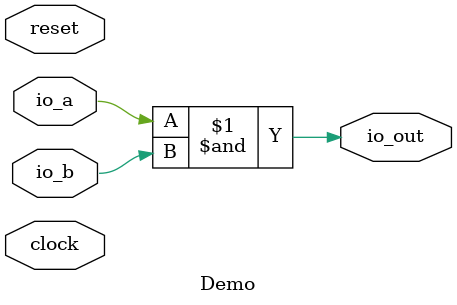
<source format=sv>
module Demo(
  input  clock,
         reset,
         io_a,
         io_b,
  output io_out
);

  assign io_out = io_a & io_b;
endmodule


</source>
